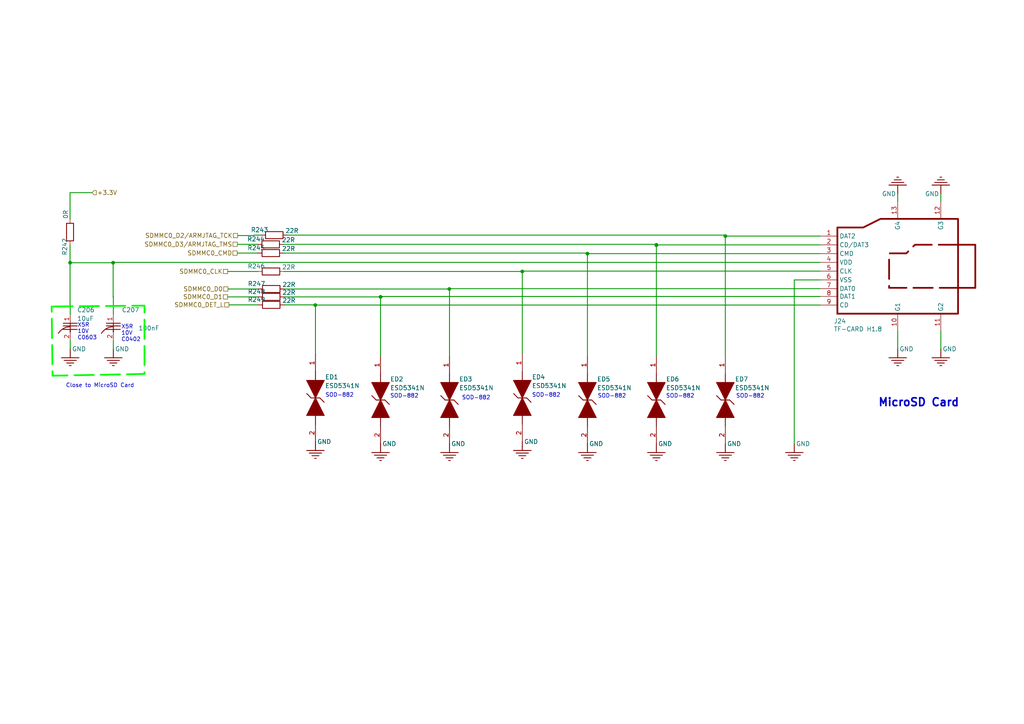
<source format=kicad_sch>
(kicad_sch (version 20231120) (generator "eeschema") (generator_version "8.0")
  (paper "A4")
  (lib_symbols
    (symbol "Device:R" (pin_numbers hide) (pin_names (offset 0))
      (property "Reference" "R" (at 2.032 0 90))
      (property "Value" "R" (at 0 0 90))
      (symbol "R_0_1"
        (rectangle (start -1.016 -2.54) (end 1.016 2.54) (stroke (width 0.254)))
      )
      (symbol "R_1_1"
        (pin passive line (at 0 3.81 270) (length 1.27) (name "~") (number "1"))
        (pin passive line (at 0 -3.81 90) (length 1.27) (name "~") (number "2"))
      )
    )
    (symbol "cm3568 LPDDR4-altium-import:GND" (power)
      (property "Reference" "#PWR" (at 0 0 0))
      (property "Value" "GND" (at 0 6.35 0))
      (symbol "GND_0_0"
        (polyline (pts (xy -2.54 -2.54) (xy 2.54 -2.54)) (stroke (width 0.254)))
        (polyline (pts (xy -1.778 -3.302) (xy 1.778 -3.302)) (stroke (width 0.254)))
        (polyline (pts (xy -1.016 -4.064) (xy 1.016 -4.064)) (stroke (width 0.254)))
        (polyline (pts (xy -0.254 -4.826) (xy 0.254 -4.826)) (stroke (width 0.254)))
        (polyline (pts (xy 0 0) (xy 0 -2.54)) (stroke (width 0.254)))
        (pin power_in line (at 0 0 0) (length 0) (name "GND") (number ""))
      )
    )
    (symbol "cm3568 LPDDR4-altium-import:root_0_TFP09-2-12B"
      (symbol "root_0_TFP09-2-12B_1_0"
        (polyline (pts (xy 45 -15) (xy 40 -15)) (stroke (width 0.508)))
        (polyline (pts (xy 40 -2.5) (xy 45 -2.5) (xy 45 -15)) (stroke (width 0.508)))
        (polyline (pts (xy 40 -2.5) (xy 27.5 -2.5) (xy 25 -5) (xy 20 -5) (xy 20 -15) (xy 40 -15)) (stroke (width 0.508) (type dash)))
        (polyline (pts (xy 5 -22.5) (xy 5 2.5) (xy 12.5 2.5) (xy 17.5 5) (xy 40 5) (xy 40 -22.5) (xy 5 -22.5)) (stroke (width 0.508)))
        (pin passive line (at 0 0 0) (length 5.08) (name "DAT2") (number "1"))
        (pin passive line (at 22.5 -27.5 90) (length 5.08) (name "G1") (number "10"))
        (pin passive line (at 35 -27.5 90) (length 5.08) (name "G2") (number "11"))
        (pin passive line (at 35 10 270) (length 5.08) (name "G3") (number "12"))
        (pin passive line (at 22.5 10 270) (length 5.08) (name "G4") (number "13"))
        (pin passive line (at 0 -2.54 0) (length 5.08) (name "CD/DAT3") (number "2"))
        (pin passive line (at 0 -5.08 0) (length 5.08) (name "CMD") (number "3"))
        (pin passive line (at 0 -7.62 0) (length 5.08) (name "VDD") (number "4"))
        (pin passive line (at 0 -10.16 0) (length 5.08) (name "CLK") (number "5"))
        (pin passive line (at 0 -12.7 0) (length 5.08) (name "VSS") (number "6"))
        (pin passive line (at 0 -15.24 0) (length 5.08) (name "DAT0") (number "7"))
        (pin passive line (at 0 -17.5 0) (length 5.08) (name "DAT1") (number "8"))
        (pin passive line (at 0 -20 0) (length 5.08) (name "CD") (number "9"))
      )
    )
    (symbol "cm3568 LPDDR4-altium-import:root_3_C0201_100nF"
      (symbol "root_3_C0201_100nF_1_0"
        (arc (start -4.5103 -1.5255) (mid -5.3375 -2.132) (end -5.9865 -2.9264) (stroke (width 0.254)))
        (arc (start -2.54 -1.016) (mid -3.5575 -1.1454) (end -4.5103 -1.5255) (stroke (width 0.254)))
        (polyline (pts (xy -4.572 -0.762) (xy -0.508 -0.762)) (stroke (width 0.254)))
        (polyline (pts (xy -4.572 0) (xy -0.508 0)) (stroke (width 0.254)))
        (polyline (pts (xy -2.54 -2.54) (xy -2.54 -1.778)) (stroke (width 0.254)))
        (polyline (pts (xy -2.54 -1.016) (xy -2.54 -2.54)) (stroke (width 0.254)))
        (polyline (pts (xy -2.54 0) (xy -2.54 -0.762)) (stroke (width 0.254)))
        (polyline (pts (xy -0.508 -1.778) (xy -4.572 -1.778)) (stroke (width 0.254)))
        (pin passive line (at -2.54 2.54 270) (length 2.54) (name "1") (number "1"))
        (pin passive line (at -2.54 -5.08 90) (length 2.54) (name "2") (number "2"))
      )
    )
    (symbol "cm3568 LPDDR4-altium-import:root_3_C0603_10uF"
      (symbol "root_3_C0603_10uF_1_0"
        (arc (start -4.5103 -1.5255) (mid -5.3375 -2.132) (end -5.9865 -2.9264) (stroke (width 0.254)))
        (arc (start -2.54 -1.016) (mid -3.5575 -1.1454) (end -4.5103 -1.5255) (stroke (width 0.254)))
        (polyline (pts (xy -4.572 -0.762) (xy -0.508 -0.762)) (stroke (width 0.254)))
        (polyline (pts (xy -4.572 0) (xy -0.508 0)) (stroke (width 0.254)))
        (polyline (pts (xy -2.54 -2.54) (xy -2.54 -1.778)) (stroke (width 0.254)))
        (polyline (pts (xy -2.54 -1.016) (xy -2.54 -2.54)) (stroke (width 0.254)))
        (polyline (pts (xy -2.54 0) (xy -2.54 -0.762)) (stroke (width 0.254)))
        (polyline (pts (xy -0.508 -1.778) (xy -4.572 -1.778)) (stroke (width 0.254)))
        (pin passive line (at -2.54 2.54 270) (length 2.54) (name "1") (number "1"))
        (pin passive line (at -2.54 -5.08 90) (length 2.54) (name "2") (number "2"))
      )
    )
    (symbol "cm3568 LPDDR4-altium-import:root_3_ESD0402_1xD5"
      (symbol "root_3_ESD0402_1xD5_1_0"
        (polyline (pts (xy -2.54 -5.08) (xy 0 0)) (stroke (width 0.254)))
        (polyline (pts (xy -2.54 5.08) (xy 0 0)) (stroke (width 0.254)))
        (polyline (pts (xy -1.27 0) (xy -2.54 1.27)) (stroke (width 0.254)))
        (polyline (pts (xy 0 -5.08) (xy 0 -7.62)) (stroke (width 0.254)))
        (polyline (pts (xy 0 0) (xy 2.54 -5.08)) (stroke (width 0.254)))
        (polyline (pts (xy 0 5.08) (xy 0 7.62)) (stroke (width 0.254)))
        (polyline (pts (xy 1.27 0) (xy -1.27 0)) (stroke (width 0.254)))
        (polyline (pts (xy 1.27 0) (xy 2.54 -1.27)) (stroke (width 0.254)))
        (polyline (pts (xy 2.54 -5.08) (xy -2.54 -5.08)) (stroke (width 0.254)))
        (polyline (pts (xy 2.54 5.08) (xy -2.54 5.08)) (stroke (width 0.254)))
        (polyline (pts (xy 2.54 5.08) (xy 0 0)) (stroke (width 0.254)))
        (polyline (pts (xy 0 -0.254) (xy 2.54 -5.08) (xy -2.54 -5.08) (xy 0 -0.254)) (stroke (width -0.0001)) (fill (type outline)))
        (polyline (pts (xy 2.54 5.08) (xy -2.54 5.08) (xy 0 0) (xy 2.54 5.08) (xy 2.54 5.08)) (stroke (width -0.0001)) (fill (type outline)))
        (pin passive line (at 0 12.7 270) (length 5.08) (name "1") (number "1"))
        (pin passive line (at 0 -12.7 90) (length 5.08) (name "2") (number "2"))
      )
    )
  )
  (junction (at 91.44 88.482))
  (junction (at 130.302 83.82))
  (junction (at 151.492 78.74))
  (junction (at 110.374 86.106))
  (junction (at 190.374 71.022))
  (junction (at 210.374 68.482))
  (junction (at 170.374 73.562))
  (junction (at 190.374 71.12))
  (junction (at 32.82 76.2))
  (junction (at 20.32 76.2))
  (wire (pts (xy 82.478 86.106) (xy 110.374 86.106)) (stroke (width 0.254)))
  (wire (pts (xy 210.374 68.482) (xy 210.374 68.2016)) (stroke (width 0.254)))
  (wire (pts (xy 91.44 88.646) (xy 91.44 88.482)) (stroke (width 0.254)))
  (wire (pts (xy 210.374 103.322) (xy 210.374 68.482)) (stroke (width 0.254)))
  (wire (pts (xy 91.44 88.42) (xy 82.478 88.42)) (stroke (width 0.254)))
  (wire (pts (xy 110.374 86.106) (xy 110.974 86.106)) (stroke (width 0.254)))
  (wire (pts (xy 237.874 68.482) (xy 210.374 68.482)) (stroke (width 0.254)))
  (wire (pts (xy 26.67 55.88) (xy 20.32 55.88)) (stroke (width 0.254)))
  (wire (pts (xy 91.492 88.646) (xy 91.44 88.646)) (stroke (width 0.254)))
  (wire (pts (xy 32.874 98.842) (xy 32.874 101.222)) (stroke (width 0.254)))
  (wire (pts (xy 260.374 56.222) (xy 260.374 58.482)) (stroke (width 0.254)))
  (wire (pts (xy 66.13 83.82) (xy 74.858 83.82)) (stroke (width 0.254)))
  (wire (pts (xy 74.7388 73.406) (xy 68.802 73.406)) (stroke (width 0.254)))
  (wire (pts (xy 190.374 70.866) (xy 190.374 71.022)) (stroke (width 0.254)))
  (wire (pts (xy 170.374 73.562) (xy 237.874 73.562)) (stroke (width 0.254)))
  (wire (pts (xy 32.874 86.142) (xy 32.874 91.222)) (stroke (width 0.254)))
  (wire (pts (xy 272.874 56.222) (xy 272.874 58.482)) (stroke (width 0.254)))
  (wire (pts (xy 190.374 71.022) (xy 190.374 71.12)) (stroke (width 0.254)))
  (wire (pts (xy 130.302 83.722) (xy 130.302 83.82)) (stroke (width 0.254)))
  (wire (pts (xy 82.3109 70.866) (xy 190.374 70.866)) (stroke (width 0.254)))
  (wire (pts (xy 20.32 76.2) (xy 20.32 88.682)) (stroke (width 0.254)))
  (wire (pts (xy 20.374 98.842) (xy 20.374 101.222)) (stroke (width 0.254)))
  (wire (pts (xy 91.44 88.482) (xy 237.874 88.482)) (stroke (width 0.254)))
  (wire (pts (xy 20.32 76.2) (xy 32.82 76.2)) (stroke (width 0.254)))
  (wire (pts (xy 237.874 81.182) (xy 230.374 81.182)) (stroke (width 0.254)))
  (wire (pts (xy 20.32 76.2) (xy 20.32 71.12)) (stroke (width 0.254)))
  (wire (pts (xy 110.974 86.106) (xy 110.974 85.982)) (stroke (width 0.254)))
  (wire (pts (xy 32.82 76.102) (xy 32.82 76.2)) (stroke (width 0.254)))
  (wire (pts (xy 170.374 103.322) (xy 170.374 73.562)) (stroke (width 0.254)))
  (wire (pts (xy 151.838 78.642) (xy 237.874 78.642)) (stroke (width 0.254)))
  (wire (pts (xy 73.66 68.326) (xy 68.934 68.326)) (stroke (width 0.254)))
  (wire (pts (xy 151.492 78.74) (xy 151.838 78.74)) (stroke (width 0.254)))
  (wire (pts (xy 68.834 70.866) (xy 74.6909 70.866)) (stroke (width 0.254)))
  (wire (pts (xy 151.492 102.71) (xy 151.492 78.74)) (stroke (width 0.254)))
  (wire (pts (xy 32.82 86.142) (xy 32.874 86.142)) (stroke (width 0.254)))
  (wire (pts (xy 20.374 88.682) (xy 20.374 91.222)) (stroke (width 0.254)))
  (wire (pts (xy 237.874 71.022) (xy 190.374 71.022)) (stroke (width 0.254)))
  (wire (pts (xy 170.18 73.406) (xy 82.3588 73.406)) (stroke (width 0.254)))
  (wire (pts (xy 75.7409 68.2016) (xy 73.66 68.2016)) (stroke (width 0.254)))
  (wire (pts (xy 170.18 73.562) (xy 170.18 73.406)) (stroke (width 0.254)))
  (wire (pts (xy 32.82 76.2) (xy 32.82 86.142)) (stroke (width 0.254)))
  (wire (pts (xy 110.974 85.982) (xy 237.874 85.982)) (stroke (width 0.254)))
  (wire (pts (xy 82.478 83.82) (xy 130.302 83.82)) (stroke (width 0.254)))
  (wire (pts (xy 260.374 101.222) (xy 260.374 95.982)) (stroke (width 0.254)))
  (wire (pts (xy 151.838 78.74) (xy 151.838 78.642)) (stroke (width 0.254)))
  (wire (pts (xy 66.04 78.74) (xy 74.7861 78.74)) (stroke (width 0.254)))
  (wire (pts (xy 237.874 76.102) (xy 32.82 76.102)) (stroke (width 0.254)))
  (wire (pts (xy 190.374 71.12) (xy 190.374 103.322)) (stroke (width 0.254)))
  (wire (pts (xy 272.874 101.222) (xy 272.874 95.982)) (stroke (width 0.254)))
  (wire (pts (xy 230.374 81.182) (xy 230.374 128.722)) (stroke (width 0.254)))
  (wire (pts (xy 82.4061 78.74) (xy 151.492 78.74)) (stroke (width 0.254)))
  (wire (pts (xy 73.66 68.2016) (xy 73.66 68.326)) (stroke (width 0.254)))
  (wire (pts (xy 210.374 68.2016) (xy 83.3609 68.2016)) (stroke (width 0.254)))
  (wire (pts (xy 66.04 86.106) (xy 74.858 86.106)) (stroke (width 0.254)))
  (wire (pts (xy 91.492 102.71) (xy 91.492 88.646)) (stroke (width 0.254)))
  (wire (pts (xy 74.858 88.42) (xy 66.4085 88.42)) (stroke (width 0.254)))
  (wire (pts (xy 190.374 71.12) (xy 190.466 71.12)) (stroke (width 0.254)))
  (wire (pts (xy 20.32 88.682) (xy 20.374 88.682)) (stroke (width 0.254)))
  (wire (pts (xy 20.32 55.88) (xy 20.32 63.5)) (stroke (width 0.254)))
  (wire (pts (xy 170.374 73.562) (xy 170.18 73.562)) (stroke (width 0.254)))
  (wire (pts (xy 237.874 83.722) (xy 130.302 83.722)) (stroke (width 0.254)))
  (wire (pts (xy 110.374 103.322) (xy 110.374 86.106)) (stroke (width 0.254)))
  (wire (pts (xy 130.374 83.82) (xy 130.374 103.322)) (stroke (width 0.254)))
  (wire (pts (xy 91.44 88.42) (xy 91.44 88.482)) (stroke (width 0.254)))
  (wire (pts (xy 130.302 83.82) (xy 130.374 83.82)) (stroke (width 0.254)))
  (polyline (pts (xy 15.494 88.9) (xy 41.91 88.646) (xy 41.91 108.458) (xy 15.24 108.966) (xy 14.986 88.9)) (stroke (width 0.508) (type dash) (color 0 255 0 1)))
  (text_box "SOD-882" (at 192.278 113.186 0) (size 15 3.048) (stroke (width -0.0001) (color 0 0 0 1)) (effects (font (size 1.143 1.143)) (justify left top)))
  (text_box "SOD-882" (at 212.598 113.186 0) (size 15 3.048) (stroke (width -0.0001) (color 0 0 0 1)) (effects (font (size 1.143 1.143)) (justify left top)))
  (text_box "SOD-882" (at 153.416 112.932 0) (size 15 3.048) (stroke (width -0.0001) (color 0 0 0 1)) (effects (font (size 1.143 1.143)) (justify left top)))
  (text_box "MicroSD Card" (at 282.874 113.562 0) (size -30 10.16) (stroke (width -0.0001) (color 0 0 0 1)) (effects (font (size 2.286 2.286) (bold yes)) (justify left top)))
  (text_box "" (at 132.828 112.87 0) (size 15 3.048) (stroke (width -0.0001) (color 0 0 0 1)) (effects (font (size 1.143 1.143)) (justify left top)))
  (text_box "SOD-882" (at 172.466 113.186 0) (size 15 3.048) (stroke (width -0.0001) (color 0 0 0 1)) (effects (font (size 1.143 1.143)) (justify left top)))
  (text_box "X5R\n10V\nC0402\n" (at 34.29 93.12 0) (size 7.5 8.138) (stroke (width -0.0001) (color 0 0 0 1)) (effects (font (size 1.143 1.143)) (justify left top)))
  (text_box "SOD-882" (at 93.472 112.932 0) (size 15 3.048) (stroke (width -0.0001) (color 0 0 0 1)) (effects (font (size 1.143 1.143)) (justify left top)))
  (text_box "SOD-882" (at 112.268 113.186 0) (size 15 3.048) (stroke (width -0.0001) (color 0 0 0 1)) (effects (font (size 1.143 1.143)) (justify left top)))
  (text_box "SOD-882" (at 133.096 113.694 0) (size 15 3.048) (stroke (width -0.0001) (color 0 0 0 1)) (effects (font (size 1.143 1.143)) (justify left top)))
  (text_box "X5R\n10V\nC0603" (at 21.59 92.612 0) (size 7.5 8.138) (stroke (width -0.0001) (color 0 0 0 1)) (effects (font (size 1.143 1.143)) (justify left top)))
  (text_box "Close to MicroSD Card" (at 41.402 110.144 0) (size -23.192 3.138) (stroke (width -0.0001) (color 0 0 0 1)) (effects (font (size 1.143 1.143)) (justify left top)))
  (label "" (at 44.958 78.74 0))
  (hierarchical_label "SDMMC0_D1" (shape passive) (at 66.04 86.106 180))
  (hierarchical_label "SDMMC0_D3/ARMJTAG_TMS" (shape passive) (at 68.834 70.866 180))
  (hierarchical_label "SDMMC0_CLK" (shape passive) (at 66.04 78.74 180))
  (hierarchical_label "SDMMC0_DET_L" (shape passive) (at 66.4085 88.42 180))
  (hierarchical_label "SDMMC0_D0" (shape passive) (at 66.13 83.82 180))
  (hierarchical_label "SDMMC0_CMD" (shape passive) (at 68.802 73.406 180))
  (hierarchical_label "SDMMC0_D2/ARMJTAG_TCK" (shape passive) (at 68.934 68.326 180))
  (hierarchical_label "+3.3V" (shape input) (at 26.67 55.88 0))
  (symbol (lib_id "cm3568 LPDDR4-altium-import:root_3_ESD0402_1xD5") (at 210.374 116.022 0) (unit 1)
    (property "Reference" "ED7" (at 213.168 110.688 0) (effects (justify left bottom)))
    (property "Value" "ESD5341N" (at 213.168 113.228 0) (effects (justify left bottom)))
    (property "Footprint" "HDMI 2.0 TX:ESD5341N" (effects (hide yes)))
    (property "MPN" "ESD5341N" (effects (hide yes)))
  )
  (symbol (lib_id "cm3568 LPDDR4-altium-import:GND") (at 110.374 128.722 0) (unit 1)
    (property "Reference" "#PWR0210" (effects (hide yes)))
    (property "Value" "GND" (effects (hide yes)))
  )
  (symbol (lib_id "Device:R") (at 78.5488 73.406 90) (unit 1)
    (property "Reference" "R245" (at 74.2964 71.882 90))
    (property "Value" "22R" (at 83.6944 72.136 90))
    (property "Footprint" "Resistor_SMD:R_0603_1608Metric" (effects (hide yes)))
    (property "Description" "Resistor" (effects (hide yes)))
    (property "MPN" "0603WAF220JT5E" (effects (hide yes)))
  )
  (symbol (lib_id "cm3568 LPDDR4-altium-import:GND") (at 230.374 128.722 0) (unit 1)
    (property "Reference" "#PWR0218" (effects (hide yes)))
    (property "Value" "GND" (effects (hide yes)))
  )
  (symbol (lib_id "cm3568 LPDDR4-altium-import:GND") (at 91.492 128.11 0) (unit 1)
    (property "Reference" "#PWR0191" (effects (hide yes)))
    (property "Value" "GND" (effects (hide yes)))
  )
  (symbol (lib_id "cm3568 LPDDR4-altium-import:GND") (at 170.374 128.722 0) (unit 1)
    (property "Reference" "#PWR0214" (effects (hide yes)))
    (property "Value" "GND" (effects (hide yes)))
  )
  (symbol (lib_id "cm3568 LPDDR4-altium-import:root_3_ESD0402_1xD5") (at 170.374 116.022 0) (unit 1)
    (property "Reference" "ED5" (at 173.168 110.688 0) (effects (justify left bottom)))
    (property "Value" "ESD5341N" (at 173.168 113.228 0) (effects (justify left bottom)))
    (property "Footprint" "HDMI 2.0 TX:ESD5341N" (effects (hide yes)))
    (property "MPN" "ESD5341N" (effects (hide yes)))
  )
  (symbol (lib_id "cm3568 LPDDR4-altium-import:root_3_C0201_100nF") (at 35.414 93.762 0) (unit 1)
    (property "Reference" "C207" (at 35.306 90.62 0) (effects (justify left bottom)))
    (property "Value" "100nF " (at 40.132 95.914 0) (effects (justify left bottom)))
    (property "Footprint" "Capacitor_SMD:C_0402_1005Metric" (effects (hide yes)))
    (property "MPN" "CC0402KRX7R7BB104" (effects (hide yes)))
  )
  (symbol (lib_id "cm3568 LPDDR4-altium-import:root_0_TFP09-2-12B") (at 237.874 68.482 0) (unit 1)
    (property "Reference" "J24" (at 241.808 93.882 0) (effects (justify left bottom)))
    (property "Value" "TF-CARD H1.8" (at 241.808 96.168 0) (effects (justify left bottom)))
    (property "Footprint" "HDMI 2.0 TX:TF-CARD H1.8" (effects (hide yes)))
    (property "DATASHEET LINK" "http://images.100y.com.tw/pdf_file/10-TFP09-2-12B.pdf" (effects (hide yes)))
    (property "HEIGHT" "2.45mm" (effects (hide yes)))
    (property "MANUFACTURER_NAME" "100y" (effects (hide yes)))
    (property "MANUFACTURER_PART_NUMBER" "TFP09-2-12B" (effects (hide yes)))
    (property "MPN" "TF 卡座 铜壳" (effects (hide yes)))
  )
  (symbol (lib_id "cm3568 LPDDR4-altium-import:GND") (at 20.374 101.222 0) (unit 1)
    (property "Reference" "#PWR066" (effects (hide yes)))
    (property "Value" "GND" (effects (hide yes)))
  )
  (symbol (lib_id "cm3568 LPDDR4-altium-import:GND") (at 260.374 101.222 0) (unit 1)
    (property "Reference" "#PWR0220" (effects (hide yes)))
    (property "Value" "GND" (effects (hide yes)))
  )
  (symbol (lib_id "Device:R") (at 78.668 86.106 90) (unit 1)
    (property "Reference" "R248" (at 74.4156 84.582 90))
    (property "Value" "22R" (at 83.8136 84.836 90))
    (property "Footprint" "Resistor_SMD:R_0603_1608Metric" (effects (hide yes)))
    (property "Description" "Resistor" (effects (hide yes)))
    (property "MPN" "0603WAF220JT5E" (effects (hide yes)))
  )
  (symbol (lib_id "cm3568 LPDDR4-altium-import:GND") (at 32.874 101.222 0) (unit 1)
    (property "Reference" "#PWR074" (effects (hide yes)))
    (property "Value" "GND" (effects (hide yes)))
  )
  (symbol (lib_id "Device:R") (at 79.5509 68.2016 90) (unit 1)
    (property "Reference" "R243" (at 75.2985 66.6776 90))
    (property "Value" "22R" (at 84.6965 66.9316 90))
    (property "Footprint" "Resistor_SMD:R_0603_1608Metric" (effects (hide yes)))
    (property "Description" "Resistor" (effects (hide yes)))
    (property "MPN" "0603WAF220JT5E" (effects (hide yes)))
  )
  (symbol (lib_id "cm3568 LPDDR4-altium-import:GND") (at 210.374 128.722 0) (unit 1)
    (property "Reference" "#PWR0216" (effects (hide yes)))
    (property "Value" "GND" (effects (hide yes)))
  )
  (symbol (lib_id "cm3568 LPDDR4-altium-import:root_3_ESD0402_1xD5") (at 190.374 116.022 0) (unit 1)
    (property "Reference" "ED6" (at 193.168 110.688 0) (effects (justify left bottom)))
    (property "Value" "ESD5341N" (at 193.168 113.228 0) (effects (justify left bottom)))
    (property "Footprint" "HDMI 2.0 TX:ESD5341N" (effects (hide yes)))
    (property "MPN" "ESD5341N" (effects (hide yes)))
  )
  (symbol (lib_id "Device:R") (at 78.5009 70.866 90) (unit 1)
    (property "Reference" "R244" (at 74.2485 69.342 90))
    (property "Value" "22R" (at 83.6465 69.596 90))
    (property "Footprint" "Resistor_SMD:R_0603_1608Metric" (effects (hide yes)))
    (property "Description" "Resistor" (effects (hide yes)))
    (property "MPN" "0603WAF220JT5E" (effects (hide yes)))
  )
  (symbol (lib_id "cm3568 LPDDR4-altium-import:root_3_ESD0402_1xD5") (at 130.374 116.022 0) (unit 1)
    (property "Reference" "ED3" (at 133.168 110.688 0) (effects (justify left bottom)))
    (property "Value" "ESD5341N" (at 133.168 113.228 0) (effects (justify left bottom)))
    (property "Footprint" "HDMI 2.0 TX:ESD5341N" (effects (hide yes)))
    (property "MPN" "ESD5341N" (effects (hide yes)))
  )
  (symbol (lib_id "Device:R") (at 20.32 67.31 180) (unit 1)
    (property "Reference" "R242" (at 18.796 71.5624 90))
    (property "Value" "0R" (at 19.05 62.1644 90))
    (property "Footprint" "Resistor_SMD:R_0603_1608Metric" (effects (hide yes)))
    (property "Description" "Resistor" (effects (hide yes)))
    (property "MPN" "0603WAF0000T5E" (effects (hide yes)))
  )
  (symbol (lib_id "Device:R") (at 78.5961 78.74 90) (unit 1)
    (property "Reference" "R246" (at 74.3437 77.216 90))
    (property "Value" "22R" (at 83.7417 77.47 90))
    (property "Footprint" "Resistor_SMD:R_0603_1608Metric" (effects (hide yes)))
    (property "Description" "Resistor" (effects (hide yes)))
    (property "MPN" "0603WAF220JT5E" (effects (hide yes)))
  )
  (symbol (lib_id "cm3568 LPDDR4-altium-import:GND") (at 151.492 128.11 0) (unit 1)
    (property "Reference" "#PWR0213" (effects (hide yes)))
    (property "Value" "GND" (effects (hide yes)))
  )
  (symbol (lib_id "Device:R") (at 78.668 88.42 90) (unit 1)
    (property "Reference" "R249" (at 74.4156 86.896 90))
    (property "Value" "22R" (at 83.8136 87.15 90))
    (property "Footprint" "Resistor_SMD:R_0603_1608Metric" (effects (hide yes)))
    (property "Description" "Resistor" (effects (hide yes)))
    (property "MPN" "0603WAF220JT5E" (effects (hide yes)))
  )
  (symbol (lib_id "cm3568 LPDDR4-altium-import:GND") (at 272.874 56.222 180) (unit 1)
    (property "Reference" "#PWR0221" (effects (hide yes)))
    (property "Value" "GND" (effects (hide yes)))
  )
  (symbol (lib_id "cm3568 LPDDR4-altium-import:GND") (at 260.374 56.222 180) (unit 1)
    (property "Reference" "#PWR0219" (effects (hide yes)))
    (property "Value" "GND" (effects (hide yes)))
  )
  (symbol (lib_id "cm3568 LPDDR4-altium-import:root_3_C0603_10uF") (at 22.914 93.762 0) (unit 1)
    (property "Reference" "C206" (at 22.352 90.62 0) (effects (justify left bottom)))
    (property "Value" "10uF " (at 22.352 93.12 0) (effects (justify left bottom)))
    (property "Footprint" "Capacitor_SMD:C_0603_1608Metric" (effects (hide yes)))
    (property "MPN" "CL10A106MO8NQNC" (effects (hide yes)))
  )
  (symbol (lib_id "cm3568 LPDDR4-altium-import:root_3_ESD0402_1xD5") (at 91.492 115.41 0) (unit 1)
    (property "Reference" "ED1" (at 94.286 110.076 0) (effects (justify left bottom)))
    (property "Value" "ESD5341N" (at 94.286 112.616 0) (effects (justify left bottom)))
    (property "Footprint" "HDMI 2.0 TX:ESD5341N" (effects (hide yes)))
    (property "MPN" "ESD5341N" (effects (hide yes)))
  )
  (symbol (lib_id "cm3568 LPDDR4-altium-import:root_3_ESD0402_1xD5") (at 110.374 116.022 0) (unit 1)
    (property "Reference" "ED2" (at 113.168 110.688 0) (effects (justify left bottom)))
    (property "Value" "ESD5341N" (at 113.168 113.228 0) (effects (justify left bottom)))
    (property "Footprint" "HDMI 2.0 TX:ESD5341N" (effects (hide yes)))
    (property "MPN" "ESD5341N" (effects (hide yes)))
  )
  (symbol (lib_id "cm3568 LPDDR4-altium-import:GND") (at 272.874 101.222 0) (unit 1)
    (property "Reference" "#PWR0222" (effects (hide yes)))
    (property "Value" "GND" (effects (hide yes)))
  )
  (symbol (lib_id "cm3568 LPDDR4-altium-import:GND") (at 130.374 128.722 0) (unit 1)
    (property "Reference" "#PWR0211" (effects (hide yes)))
    (property "Value" "GND" (effects (hide yes)))
  )
  (symbol (lib_id "cm3568 LPDDR4-altium-import:root_3_ESD0402_1xD5") (at 151.492 115.41 0) (unit 1)
    (property "Reference" "ED4" (at 154.286 110.076 0) (effects (justify left bottom)))
    (property "Value" "ESD5341N" (at 154.286 112.616 0) (effects (justify left bottom)))
    (property "Footprint" "HDMI 2.0 TX:ESD5341N" (effects (hide yes)))
    (property "MPN" "ESD5341N" (effects (hide yes)))
  )
  (symbol (lib_id "cm3568 LPDDR4-altium-import:GND") (at 190.374 128.722 0) (unit 1)
    (property "Reference" "#PWR0215" (effects (hide yes)))
    (property "Value" "GND" (effects (hide yes)))
  )
  (symbol (lib_id "Device:R") (at 78.668 83.82 90) (unit 1)
    (property "Reference" "R247" (at 74.4156 82.296 90))
    (property "Value" "22R" (at 83.8136 82.55 90))
    (property "Footprint" "Resistor_SMD:R_0603_1608Metric" (effects (hide yes)))
    (property "Description" "Resistor" (effects (hide yes)))
    (property "MPN" "0603WAF220JT5E" (effects (hide yes)))
  )
)
</source>
